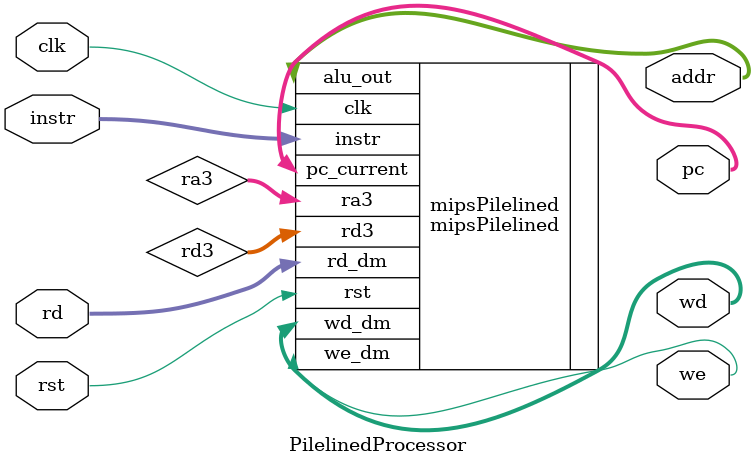
<source format=v>
`timescale 1ns / 1ps

module PilelinedProcessor(
    input   clk, rst,
    input   [31:0] instr, rd,
    output  we,
    output [31:0] addr, pc, wd
    );
    
     wire [31:0] ra3, rd3;
    
    mipsPilelined mipsPilelined (
        .clk            (clk),
        .rst            (rst),
        .ra3            (ra3),
        .instr          (instr),
        .rd_dm          (rd),
        .we_dm          (we),
        .pc_current     (pc),
        .alu_out        (addr),
        .wd_dm          (wd),
        .rd3            (rd3)
    );
endmodule

</source>
